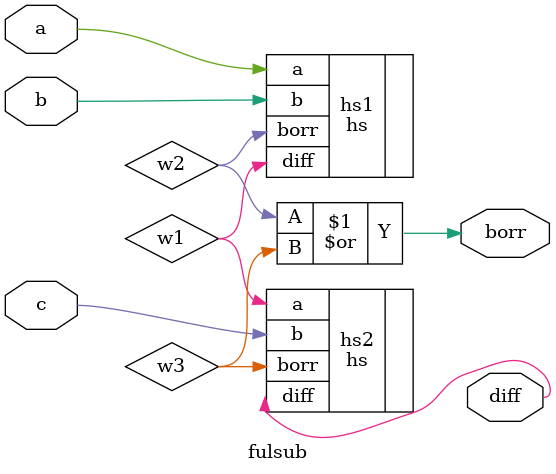
<source format=v>
module fulsub(input a,b,c,
	output diff,borr);
wire w1,w2,w3;
hs hs1(.a(a),.b(b),.diff(w1),.borr(w2));
hs hs2(.a(w1),.b(c),.diff(diff),.borr(w3));
or or1(borr,w2,w3);
endmodule

</source>
